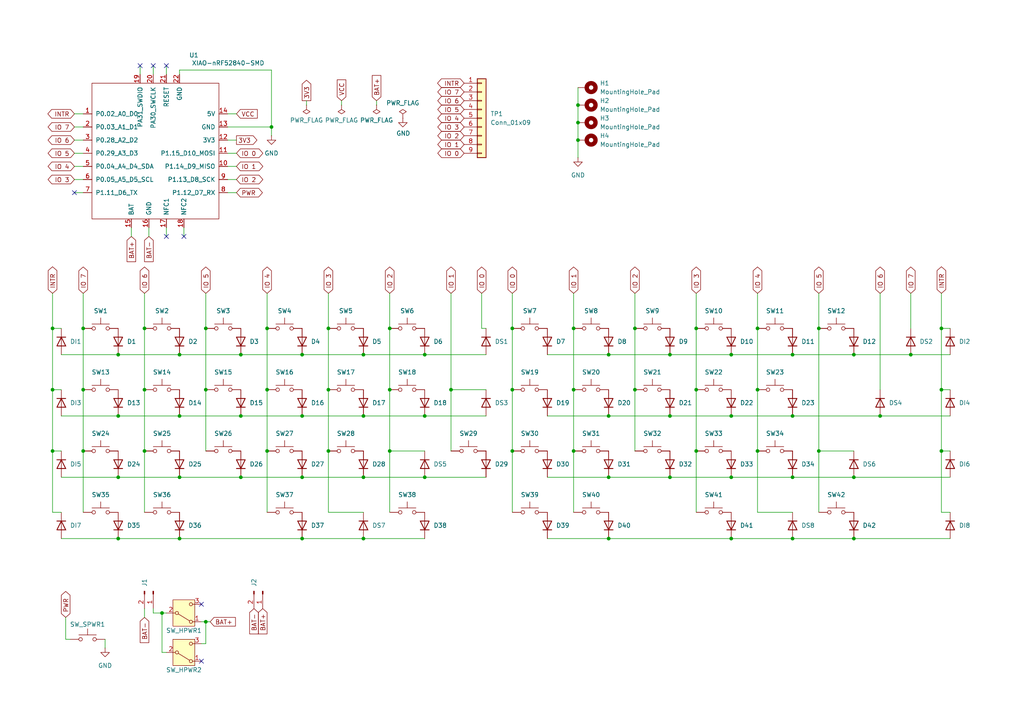
<source format=kicad_sch>
(kicad_sch (version 20250114) (generator "eeschema") (generator_version "9.0")
  (paper "A4")
  (title_block (title "n40a8c") (date "2025-04-17") (rev "1.0"))
  (junction (at 95.25 113.03))
  (junction (at 166.37 113.03))
  (junction (at 41.91 95.25))
  (junction (at 15.24 113.03))
  (junction (at 194.31 102.87))
  (junction (at 148.59 95.25))
  (junction (at 24.13 95.25))
  (junction (at 52.07 120.65))
  (junction (at 148.59 113.03))
  (junction (at 166.37 95.25))
  (junction (at 237.49 95.25))
  (junction (at 77.47 113.03))
  (junction (at 34.29 120.65))
  (junction (at 52.07 138.43))
  (junction (at 24.13 113.03))
  (junction (at 184.15 95.25))
  (junction (at 105.41 138.43))
  (junction (at 15.24 95.25))
  (junction (at 201.93 113.03))
  (junction (at 113.03 95.25))
  (junction (at 247.65 138.43))
  (junction (at 219.71 130.81))
  (junction (at 59.69 113.03))
  (junction (at 34.29 156.21))
  (junction (at 46.99 177.8))
  (junction (at 123.19 138.43))
  (junction (at 41.91 113.03))
  (junction (at 212.09 156.21))
  (junction (at 237.49 130.81))
  (junction (at 87.63 156.21))
  (junction (at 123.19 120.65))
  (junction (at 87.63 102.87))
  (junction (at 273.05 95.25))
  (junction (at 105.41 102.87))
  (junction (at 34.29 138.43))
  (junction (at 229.87 102.87))
  (junction (at 148.59 130.81))
  (junction (at 273.05 130.81))
  (junction (at 105.41 156.21))
  (junction (at 167.64 35.56))
  (junction (at 69.85 138.43))
  (junction (at 176.53 156.21))
  (junction (at 34.29 102.87))
  (junction (at 229.87 120.65))
  (junction (at 176.53 102.87))
  (junction (at 167.64 30.48))
  (junction (at 212.09 102.87))
  (junction (at 87.63 120.65))
  (junction (at 77.47 95.25))
  (junction (at 52.07 102.87))
  (junction (at 15.24 130.81))
  (junction (at 78.74 36.83))
  (junction (at 24.13 130.81))
  (junction (at 247.65 156.21))
  (junction (at 59.69 180.34))
  (junction (at 201.93 130.81))
  (junction (at 166.37 130.81))
  (junction (at 87.63 138.43))
  (junction (at 176.53 138.43))
  (junction (at 105.41 120.65))
  (junction (at 123.19 102.87))
  (junction (at 77.47 130.81))
  (junction (at 194.31 120.65))
  (junction (at 194.31 138.43))
  (junction (at 41.91 130.81))
  (junction (at 59.69 95.25))
  (junction (at 229.87 156.21))
  (junction (at 273.05 113.03))
  (junction (at 176.53 120.65))
  (junction (at 255.27 120.65))
  (junction (at 264.16 102.87))
  (junction (at 95.25 95.25))
  (junction (at 247.65 102.87))
  (junction (at 219.71 113.03))
  (junction (at 113.03 130.81))
  (junction (at 113.03 113.03))
  (junction (at 95.25 130.81))
  (junction (at 212.09 138.43))
  (junction (at 219.71 95.25))
  (junction (at 201.93 95.25))
  (junction (at 69.85 102.87))
  (junction (at 184.15 113.03))
  (junction (at 52.07 156.21))
  (junction (at 167.64 40.64))
  (junction (at 212.09 120.65))
  (junction (at 130.81 113.03))
  (junction (at 69.85 120.65))
  (junction (at 229.87 138.43))
  (no_connect (at 48.26 19.05))
  (no_connect (at 58.42 191.77))
  (no_connect (at 53.34 68.58))
  (no_connect (at 58.42 175.26))
  (no_connect (at 40.64 19.05))
  (no_connect (at 48.26 68.58))
  (no_connect (at 21.59 55.88))
  (no_connect (at 44.45 19.05))
  (wire (pts (xy 59.69 180.34) (xy 59.69 186.69)))
  (wire (pts (xy 78.74 36.83) (xy 78.74 39.37)))
  (wire (pts (xy 66.04 44.45) (xy 68.58 44.45)))
  (wire (pts (xy 95.25 95.25) (xy 95.25 113.03)))
  (wire (pts (xy 59.69 95.25) (xy 59.69 113.03)))
  (wire (pts (xy 109.22 30.48) (xy 109.22 29.21)))
  (wire (pts (xy 123.19 130.81) (xy 113.03 130.81)))
  (wire (pts (xy 255.27 85.09) (xy 255.27 113.03)))
  (wire (pts (xy 201.93 85.09) (xy 201.93 95.25)))
  (wire (pts (xy 194.31 120.65) (xy 212.09 120.65)))
  (wire (pts (xy 52.07 102.87) (xy 34.29 102.87)))
  (wire (pts (xy 19.05 185.42) (xy 20.32 185.42)))
  (wire (pts (xy 66.04 33.02) (xy 68.58 33.02)))
  (wire (pts (xy 66.04 36.83) (xy 78.74 36.83)))
  (wire (pts (xy 176.53 156.21) (xy 212.09 156.21)))
  (wire (pts (xy 158.75 138.43) (xy 176.53 138.43)))
  (wire (pts (xy 105.41 138.43) (xy 87.63 138.43)))
  (wire (pts (xy 69.85 120.65) (xy 52.07 120.65)))
  (wire (pts (xy 48.26 19.05) (xy 48.26 21.59)))
  (wire (pts (xy 24.13 85.09) (xy 24.13 95.25)))
  (wire (pts (xy 95.25 113.03) (xy 95.25 130.81)))
  (wire (pts (xy 77.47 130.81) (xy 77.47 148.59)))
  (wire (pts (xy 40.64 19.05) (xy 40.64 21.59)))
  (wire (pts (xy 123.19 138.43) (xy 140.97 138.43)))
  (wire (pts (xy 41.91 85.09) (xy 41.91 95.25)))
  (wire (pts (xy 148.59 113.03) (xy 148.59 130.81)))
  (wire (pts (xy 17.78 102.87) (xy 34.29 102.87)))
  (wire (pts (xy 140.97 120.65) (xy 123.19 120.65)))
  (wire (pts (xy 184.15 85.09) (xy 184.15 95.25)))
  (wire (pts (xy 41.91 95.25) (xy 41.91 113.03)))
  (wire (pts (xy 69.85 102.87) (xy 52.07 102.87)))
  (wire (pts (xy 21.59 52.07) (xy 24.13 52.07)))
  (wire (pts (xy 41.91 176.53) (xy 41.91 179.07)))
  (wire (pts (xy 167.64 35.56) (xy 167.64 40.64)))
  (wire (pts (xy 24.13 130.81) (xy 24.13 148.59)))
  (wire (pts (xy 87.63 102.87) (xy 69.85 102.87)))
  (wire (pts (xy 77.47 95.25) (xy 77.47 113.03)))
  (wire (pts (xy 273.05 85.09) (xy 273.05 95.25)))
  (wire (pts (xy 66.04 48.26) (xy 68.58 48.26)))
  (wire (pts (xy 229.87 156.21) (xy 247.65 156.21)))
  (wire (pts (xy 48.26 66.04) (xy 48.26 68.58)))
  (wire (pts (xy 21.59 40.64) (xy 24.13 40.64)))
  (wire (pts (xy 237.49 130.81) (xy 237.49 148.59)))
  (wire (pts (xy 15.24 130.81) (xy 15.24 148.59)))
  (wire (pts (xy 158.75 156.21) (xy 176.53 156.21)))
  (wire (pts (xy 41.91 113.03) (xy 41.91 130.81)))
  (wire (pts (xy 95.25 130.81) (xy 95.25 148.59)))
  (wire (pts (xy 66.04 40.64) (xy 68.58 40.64)))
  (wire (pts (xy 77.47 113.03) (xy 77.47 130.81)))
  (wire (pts (xy 148.59 95.25) (xy 148.59 113.03)))
  (wire (pts (xy 158.75 120.65) (xy 176.53 120.65)))
  (wire (pts (xy 219.71 95.25) (xy 219.71 113.03)))
  (wire (pts (xy 212.09 156.21) (xy 229.87 156.21)))
  (wire (pts (xy 46.99 177.8) (xy 48.26 177.8)))
  (wire (pts (xy 275.59 130.81) (xy 273.05 130.81)))
  (wire (pts (xy 229.87 102.87) (xy 247.65 102.87)))
  (wire (pts (xy 229.87 120.65) (xy 255.27 120.65)))
  (wire (pts (xy 139.7 85.09) (xy 139.7 95.25)))
  (wire (pts (xy 275.59 148.59) (xy 273.05 148.59)))
  (wire (pts (xy 275.59 95.25) (xy 273.05 95.25)))
  (wire (pts (xy 194.31 138.43) (xy 212.09 138.43)))
  (wire (pts (xy 255.27 120.65) (xy 275.59 120.65)))
  (wire (pts (xy 237.49 95.25) (xy 237.49 130.81)))
  (wire (pts (xy 113.03 95.25) (xy 113.03 113.03)))
  (wire (pts (xy 59.69 85.09) (xy 59.69 95.25)))
  (wire (pts (xy 219.71 113.03) (xy 219.71 130.81)))
  (wire (pts (xy 166.37 95.25) (xy 166.37 113.03)))
  (wire (pts (xy 264.16 85.09) (xy 264.16 95.25)))
  (wire (pts (xy 77.47 85.09) (xy 77.47 95.25)))
  (wire (pts (xy 166.37 85.09) (xy 166.37 95.25)))
  (wire (pts (xy 273.05 130.81) (xy 273.05 148.59)))
  (wire (pts (xy 44.45 177.8) (xy 44.45 176.53)))
  (wire (pts (xy 66.04 52.07) (xy 68.58 52.07)))
  (wire (pts (xy 139.7 95.25) (xy 140.97 95.25)))
  (wire (pts (xy 21.59 36.83) (xy 24.13 36.83)))
  (wire (pts (xy 105.41 156.21) (xy 123.19 156.21)))
  (wire (pts (xy 17.78 156.21) (xy 34.29 156.21)))
  (wire (pts (xy 99.06 30.48) (xy 99.06 29.21)))
  (wire (pts (xy 273.05 113.03) (xy 273.05 130.81)))
  (wire (pts (xy 52.07 138.43) (xy 34.29 138.43)))
  (wire (pts (xy 52.07 20.32) (xy 78.74 20.32)))
  (wire (pts (xy 247.65 156.21) (xy 275.59 156.21)))
  (wire (pts (xy 130.81 113.03) (xy 130.81 130.81)))
  (wire (pts (xy 247.65 102.87) (xy 264.16 102.87)))
  (wire (pts (xy 95.25 85.09) (xy 95.25 95.25)))
  (wire (pts (xy 59.69 113.03) (xy 59.69 130.81)))
  (wire (pts (xy 21.59 44.45) (xy 24.13 44.45)))
  (wire (pts (xy 15.24 95.25) (xy 17.78 95.25)))
  (wire (pts (xy 58.42 186.69) (xy 59.69 186.69)))
  (wire (pts (xy 46.99 177.8) (xy 46.99 189.23)))
  (wire (pts (xy 46.99 189.23) (xy 48.26 189.23)))
  (wire (pts (xy 66.04 55.88) (xy 68.58 55.88)))
  (wire (pts (xy 30.48 185.42) (xy 30.48 187.96)))
  (wire (pts (xy 15.24 130.81) (xy 17.78 130.81)))
  (wire (pts (xy 176.53 138.43) (xy 194.31 138.43)))
  (wire (pts (xy 167.64 40.64) (xy 167.64 45.72)))
  (wire (pts (xy 105.41 148.59) (xy 95.25 148.59)))
  (wire (pts (xy 78.74 20.32) (xy 78.74 36.83)))
  (wire (pts (xy 52.07 156.21) (xy 87.63 156.21)))
  (wire (pts (xy 21.59 33.02) (xy 24.13 33.02)))
  (wire (pts (xy 229.87 138.43) (xy 247.65 138.43)))
  (wire (pts (xy 247.65 138.43) (xy 275.59 138.43)))
  (wire (pts (xy 148.59 85.09) (xy 148.59 95.25)))
  (wire (pts (xy 219.71 130.81) (xy 219.71 148.59)))
  (wire (pts (xy 201.93 95.25) (xy 201.93 113.03)))
  (wire (pts (xy 53.34 66.04) (xy 53.34 68.58)))
  (wire (pts (xy 43.18 66.04) (xy 43.18 68.58)))
  (wire (pts (xy 41.91 130.81) (xy 41.91 148.59)))
  (wire (pts (xy 219.71 148.59) (xy 229.87 148.59)))
  (wire (pts (xy 21.59 55.88) (xy 24.13 55.88)))
  (wire (pts (xy 105.41 138.43) (xy 123.19 138.43)))
  (wire (pts (xy 219.71 85.09) (xy 219.71 95.25)))
  (wire (pts (xy 59.69 180.34) (xy 60.96 180.34)))
  (wire (pts (xy 113.03 85.09) (xy 113.03 95.25)))
  (wire (pts (xy 17.78 138.43) (xy 34.29 138.43)))
  (wire (pts (xy 52.07 120.65) (xy 34.29 120.65)))
  (wire (pts (xy 88.9 29.21) (xy 88.9 30.48)))
  (wire (pts (xy 24.13 113.03) (xy 24.13 130.81)))
  (wire (pts (xy 87.63 156.21) (xy 105.41 156.21)))
  (wire (pts (xy 184.15 113.03) (xy 184.15 130.81)))
  (wire (pts (xy 201.93 113.03) (xy 201.93 130.81)))
  (wire (pts (xy 58.42 180.34) (xy 59.69 180.34)))
  (wire (pts (xy 212.09 102.87) (xy 229.87 102.87)))
  (wire (pts (xy 167.64 25.4) (xy 167.64 30.48)))
  (wire (pts (xy 264.16 102.87) (xy 275.59 102.87)))
  (wire (pts (xy 237.49 85.09) (xy 237.49 95.25)))
  (wire (pts (xy 44.45 177.8) (xy 46.99 177.8)))
  (wire (pts (xy 194.31 102.87) (xy 212.09 102.87)))
  (wire (pts (xy 87.63 138.43) (xy 69.85 138.43)))
  (wire (pts (xy 34.29 156.21) (xy 52.07 156.21)))
  (wire (pts (xy 212.09 138.43) (xy 229.87 138.43)))
  (wire (pts (xy 123.19 102.87) (xy 105.41 102.87)))
  (wire (pts (xy 105.41 102.87) (xy 87.63 102.87)))
  (wire (pts (xy 184.15 95.25) (xy 184.15 113.03)))
  (wire (pts (xy 212.09 120.65) (xy 229.87 120.65)))
  (wire (pts (xy 273.05 95.25) (xy 273.05 113.03)))
  (wire (pts (xy 166.37 130.81) (xy 166.37 148.59)))
  (wire (pts (xy 15.24 113.03) (xy 17.78 113.03)))
  (wire (pts (xy 38.1 66.04) (xy 38.1 68.58)))
  (wire (pts (xy 15.24 113.03) (xy 15.24 130.81)))
  (wire (pts (xy 69.85 138.43) (xy 52.07 138.43)))
  (wire (pts (xy 15.24 95.25) (xy 15.24 113.03)))
  (wire (pts (xy 113.03 113.03) (xy 113.03 130.81)))
  (wire (pts (xy 24.13 95.25) (xy 24.13 113.03)))
  (wire (pts (xy 19.05 179.07) (xy 19.05 185.42)))
  (wire (pts (xy 15.24 85.09) (xy 15.24 95.25)))
  (wire (pts (xy 15.24 148.59) (xy 17.78 148.59)))
  (wire (pts (xy 123.19 120.65) (xy 105.41 120.65)))
  (wire (pts (xy 21.59 48.26) (xy 24.13 48.26)))
  (wire (pts (xy 113.03 130.81) (xy 113.03 148.59)))
  (wire (pts (xy 176.53 102.87) (xy 194.31 102.87)))
  (wire (pts (xy 140.97 113.03) (xy 130.81 113.03)))
  (wire (pts (xy 105.41 120.65) (xy 87.63 120.65)))
  (wire (pts (xy 201.93 130.81) (xy 201.93 148.59)))
  (wire (pts (xy 167.64 30.48) (xy 167.64 35.56)))
  (wire (pts (xy 166.37 113.03) (xy 166.37 130.81)))
  (wire (pts (xy 148.59 130.81) (xy 148.59 148.59)))
  (wire (pts (xy 87.63 120.65) (xy 69.85 120.65)))
  (wire (pts (xy 52.07 21.59) (xy 52.07 20.32)))
  (wire (pts (xy 275.59 113.03) (xy 273.05 113.03)))
  (wire (pts (xy 140.97 102.87) (xy 123.19 102.87)))
  (wire (pts (xy 158.75 102.87) (xy 176.53 102.87)))
  (wire (pts (xy 237.49 130.81) (xy 247.65 130.81)))
  (wire (pts (xy 130.81 85.09) (xy 130.81 113.03)))
  (wire (pts (xy 44.45 19.05) (xy 44.45 21.59)))
  (wire (pts (xy 176.53 120.65) (xy 194.31 120.65)))
  (wire (pts (xy 17.78 120.65) (xy 34.29 120.65)))
  (global_label "IO 0" (shape bidirectional) (at 139.7 85.09 90) (property "Intersheetrefs" "${INTERSHEET_REFS}" (effects (hide yes))))
  (global_label "IO 7" (shape bidirectional) (at 24.13 85.09 90) (property "Intersheetrefs" "${INTERSHEET_REFS}" (effects (hide yes))))
  (global_label "IO 3" (shape bidirectional) (at 21.59 52.07 180) (property "Intersheetrefs" "${INTERSHEET_REFS}" (effects (hide yes))))
  (global_label "IO 1" (shape bidirectional) (at 166.37 85.09 90) (property "Intersheetrefs" "${INTERSHEET_REFS}" (effects (hide yes))))
  (global_label "IO 3" (shape bidirectional) (at 134.62 36.83 180) (property "Intersheetrefs" "${INTERSHEET_REFS}" (effects (hide yes))))
  (global_label "BAT+" (shape input) (at 109.22 29.21 90) (property "Intersheetrefs" "${INTERSHEET_REFS}" (effects (hide yes))))
  (global_label "PWR" (shape bidirectional) (at 68.58 55.88 0) (property "Intersheetrefs" "${INTERSHEET_REFS}" (effects (hide yes))))
  (global_label "BAT-" (shape input) (at 73.66 176.53 270) (property "Intersheetrefs" "${INTERSHEET_REFS}" (effects (hide yes))))
  (global_label "IO 0" (shape bidirectional) (at 68.58 44.45 0) (property "Intersheetrefs" "${INTERSHEET_REFS}" (effects (hide yes))))
  (global_label "IO 2" (shape bidirectional) (at 68.58 52.07 0) (property "Intersheetrefs" "${INTERSHEET_REFS}" (effects (hide yes))))
  (global_label "IO 0" (shape bidirectional) (at 134.62 44.45 180) (property "Intersheetrefs" "${INTERSHEET_REFS}" (effects (hide yes))))
  (global_label "INTR" (shape bidirectional) (at 15.24 85.09 90) (property "Intersheetrefs" "${INTERSHEET_REFS}" (effects (hide yes))))
  (global_label "IO 4" (shape bidirectional) (at 219.71 85.09 90) (property "Intersheetrefs" "${INTERSHEET_REFS}" (effects (hide yes))))
  (global_label "IO 3" (shape bidirectional) (at 201.93 85.09 90) (property "Intersheetrefs" "${INTERSHEET_REFS}" (effects (hide yes))))
  (global_label "INTR" (shape bidirectional) (at 134.62 24.13 180) (property "Intersheetrefs" "${INTERSHEET_REFS}" (effects (hide yes))))
  (global_label "IO 6" (shape bidirectional) (at 134.62 29.21 180) (property "Intersheetrefs" "${INTERSHEET_REFS}" (effects (hide yes))))
  (global_label "IO 6" (shape bidirectional) (at 255.27 85.09 90) (property "Intersheetrefs" "${INTERSHEET_REFS}" (effects (hide yes))))
  (global_label "IO 2" (shape bidirectional) (at 134.62 39.37 180) (property "Intersheetrefs" "${INTERSHEET_REFS}" (effects (hide yes))))
  (global_label "IO 2" (shape bidirectional) (at 184.15 85.09 90) (property "Intersheetrefs" "${INTERSHEET_REFS}" (effects (hide yes))))
  (global_label "IO 6" (shape bidirectional) (at 41.91 85.09 90) (property "Intersheetrefs" "${INTERSHEET_REFS}" (effects (hide yes))))
  (global_label "IO 5" (shape bidirectional) (at 21.59 44.45 180) (property "Intersheetrefs" "${INTERSHEET_REFS}" (effects (hide yes))))
  (global_label "INTR" (shape bidirectional) (at 273.05 85.09 90) (property "Intersheetrefs" "${INTERSHEET_REFS}" (effects (hide yes))))
  (global_label "IO 5" (shape bidirectional) (at 134.62 31.75 180) (property "Intersheetrefs" "${INTERSHEET_REFS}" (effects (hide yes))))
  (global_label "IO 5" (shape bidirectional) (at 237.49 85.09 90) (property "Intersheetrefs" "${INTERSHEET_REFS}" (effects (hide yes))))
  (global_label "IO 7" (shape bidirectional) (at 134.62 26.67 180) (property "Intersheetrefs" "${INTERSHEET_REFS}" (effects (hide yes))))
  (global_label "VCC" (shape input) (at 68.58 33.02 0) (property "Intersheetrefs" "${INTERSHEET_REFS}" (effects (hide yes))))
  (global_label "IO 7" (shape bidirectional) (at 264.16 85.09 90) (property "Intersheetrefs" "${INTERSHEET_REFS}" (effects (hide yes))))
  (global_label "IO 3" (shape bidirectional) (at 95.25 85.09 90) (property "Intersheetrefs" "${INTERSHEET_REFS}" (effects (hide yes))))
  (global_label "IO 4" (shape bidirectional) (at 134.62 34.29 180) (property "Intersheetrefs" "${INTERSHEET_REFS}" (effects (hide yes))))
  (global_label "BAT+" (shape input) (at 76.2 176.53 270) (property "Intersheetrefs" "${INTERSHEET_REFS}" (effects (hide yes))))
  (global_label "IO 6" (shape bidirectional) (at 21.59 40.64 180) (property "Intersheetrefs" "${INTERSHEET_REFS}" (effects (hide yes))))
  (global_label "PWR" (shape bidirectional) (at 19.05 179.07 90) (property "Intersheetrefs" "${INTERSHEET_REFS}" (effects (hide yes))))
  (global_label "BAT-" (shape input) (at 41.91 179.07 270) (property "Intersheetrefs" "${INTERSHEET_REFS}" (effects (hide yes))))
  (global_label "3V3" (shape output) (at 88.9 29.21 90) (property "Intersheetrefs" "${INTERSHEET_REFS}" (effects (hide yes))))
  (global_label "INTR" (shape bidirectional) (at 21.59 33.02 180) (property "Intersheetrefs" "${INTERSHEET_REFS}" (effects (hide yes))))
  (global_label "IO 0" (shape bidirectional) (at 148.59 85.09 90) (property "Intersheetrefs" "${INTERSHEET_REFS}" (effects (hide yes))))
  (global_label "VCC" (shape input) (at 99.06 29.21 90) (property "Intersheetrefs" "${INTERSHEET_REFS}" (effects (hide yes))))
  (global_label "BAT+" (shape input) (at 38.1 68.58 270) (property "Intersheetrefs" "${INTERSHEET_REFS}" (effects (hide yes))))
  (global_label "BAT-" (shape input) (at 43.18 68.58 270) (property "Intersheetrefs" "${INTERSHEET_REFS}" (effects (hide yes))))
  (global_label "IO 4" (shape bidirectional) (at 21.59 48.26 180) (property "Intersheetrefs" "${INTERSHEET_REFS}" (effects (hide yes))))
  (global_label "IO 2" (shape bidirectional) (at 113.03 85.09 90) (property "Intersheetrefs" "${INTERSHEET_REFS}" (effects (hide yes))))
  (global_label "IO 1" (shape bidirectional) (at 134.62 41.91 180) (property "Intersheetrefs" "${INTERSHEET_REFS}" (effects (hide yes))))
  (global_label "IO 5" (shape bidirectional) (at 59.69 85.09 90) (property "Intersheetrefs" "${INTERSHEET_REFS}" (effects (hide yes))))
  (global_label "BAT+" (shape input) (at 60.96 180.34 0) (property "Intersheetrefs" "${INTERSHEET_REFS}" (effects (hide yes))))
  (global_label "IO 7" (shape bidirectional) (at 21.59 36.83 180) (property "Intersheetrefs" "${INTERSHEET_REFS}" (effects (hide yes))))
  (global_label "IO 4" (shape bidirectional) (at 77.47 85.09 90) (property "Intersheetrefs" "${INTERSHEET_REFS}" (effects (hide yes))))
  (global_label "IO 1" (shape bidirectional) (at 68.58 48.26 0) (property "Intersheetrefs" "${INTERSHEET_REFS}" (effects (hide yes))))
  (global_label "3V3" (shape output) (at 68.58 40.64 0) (property "Intersheetrefs" "${INTERSHEET_REFS}" (effects (hide yes))))
  (global_label "IO 1" (shape bidirectional) (at 130.81 85.09 90) (property "Intersheetrefs" "${INTERSHEET_REFS}" (effects (hide yes))))
  (symbol (lib_id "power:PWR_FLAG") (at 109.22 30.48 180) (unit 1)
    (property "Reference" "#FLG03" (effects (hide yes)))
    (property "Value" "PWR_FLAG" (at 109.22 34.8742 0))
  )
  (symbol (lib_id "Switch:SW_SPDT") (at 53.34 177.8 0) (mirror x) (unit 1)
    (property "Reference" "SW_HPWR1" (at 53.34 182.88 0))
    (property "Value" "SSAJ120100" (effects (hide yes)))
    (property "Footprint" "cscslib:SSAJ120100" (effects (hide yes)))
  )
  (symbol (lib_id "power:GND") (at 116.84 34.29 0) (unit 1)
    (property "Reference" "#PWR01" (effects (hide yes)))
    (property "Value" "GND" (at 116.967 38.6842 0))
  )
  (symbol (lib_id "power:PWR_FLAG") (at 116.84 34.29 0) (unit 1)
    (property "Reference" "#FLG04" (effects (hide yes)))
    (property "Value" "PWR_FLAG" (at 116.84 29.8704 0))
  )
  (symbol (lib_id "power:PWR_FLAG") (at 99.06 30.48 180) (unit 1)
    (property "Reference" "#FLG02" (effects (hide yes)))
    (property "Value" "PWR_FLAG" (at 99.06 34.8742 0))
  )
  (symbol (lib_id "Diode:1N4148W") (at 275.59 152.4 270) (unit 1)
    (property "Reference" "DI8" (at 278.13 152.3999 90) (effects (justify left)))
    (property "Value" "1N4148W" (effects (hide yes)))
    (property "Footprint" "Diode_SMD:D_SOD-123" (effects (hide yes)))
    (property "Datasheet" "https://www.vishay.com/docs/85748/1n4148w.pdf" (effects (hide yes)))
    (property "Description" "75V 0.15A Fast Switching Diode, SOD-123" (effects (hide yes)))
    (property "Sim.Device" "D" (effects (hide yes)))
    (property "Sim.Pins" "1=K 2=A" (effects (hide yes)))
  )
  (symbol (lib_id "Diode:1N4148W") (at 52.07 134.62 90) (unit 1)
    (property "Reference" "D25" (at 54.61 134.6199 90) (effects (justify right)))
    (property "Value" "1N4148W" (effects (hide yes)))
    (property "Footprint" "Diode_SMD:D_SOD-123" (effects (hide yes)))
    (property "Datasheet" "https://www.vishay.com/docs/85748/1n4148w.pdf" (effects (hide yes)))
    (property "Description" "75V 0.15A Fast Switching Diode, SOD-123" (effects (hide yes)))
    (property "Sim.Device" "D" (effects (hide yes)))
    (property "Sim.Pins" "1=K 2=A" (effects (hide yes)))
  )
  (symbol (lib_id "Switch:SW_SPDT") (at 53.34 189.23 0) (mirror x) (unit 1)
    (property "Reference" "SW_HPWR2" (at 53.34 194.31 0))
    (property "Value" "SSAJ120100" (effects (hide yes)))
    (property "Footprint" "cscslib:SSAJ120100" (effects (hide yes)))
  )
  (symbol (lib_id "Diode:1N4148W") (at 140.97 116.84 270) (unit 1)
    (property "Reference" "DS3" (at 143.51 116.8399 90) (effects (justify left)))
    (property "Value" "1N4148W" (effects (hide yes)))
    (property "Footprint" "Diode_SMD:D_SOD-123" (effects (hide yes)))
    (property "Datasheet" "https://www.vishay.com/docs/85748/1n4148w.pdf" (effects (hide yes)))
    (property "Description" "75V 0.15A Fast Switching Diode, SOD-123" (effects (hide yes)))
    (property "Sim.Device" "D" (effects (hide yes)))
    (property "Sim.Pins" "1=K 2=A" (effects (hide yes)))
  )
  (symbol (lib_id "Mechanical:MountingHole_Pad") (at 170.18 25.4 270) (unit 1) (in_bom no)
    (property "Reference" "H1" (at 173.99 24.1299 90) (effects (justify left)))
    (property "Value" "MountingHole_Pad" (at 173.99 26.6699 90) (effects (justify left)))
    (property "Footprint" "cscslib:MountingHole_M2.6_plating" (effects (hide yes)))
    (property "Description" "Mounting Hole with connection" (effects (hide yes)))
  )
  (symbol (lib_id "Diode:1N4148W") (at 140.97 99.06 270) (unit 1)
    (property "Reference" "DS1" (at 143.51 99.0599 90) (effects (justify left)))
    (property "Value" "1N4148W" (effects (hide yes)))
    (property "Footprint" "Diode_SMD:D_SOD-123" (effects (hide yes)))
    (property "Datasheet" "https://www.vishay.com/docs/85748/1n4148w.pdf" (effects (hide yes)))
    (property "Description" "75V 0.15A Fast Switching Diode, SOD-123" (effects (hide yes)))
    (property "Sim.Device" "D" (effects (hide yes)))
    (property "Sim.Pins" "1=K 2=A" (effects (hide yes)))
  )
  (symbol (lib_id "Diode:1N4148W") (at 87.63 99.06 90) (unit 1)
    (property "Reference" "D4" (at 90.17 99.0599 90) (effects (justify right)))
    (property "Value" "1N4148W" (effects (hide yes)))
    (property "Footprint" "Diode_SMD:D_SOD-123" (effects (hide yes)))
    (property "Datasheet" "https://www.vishay.com/docs/85748/1n4148w.pdf" (effects (hide yes)))
    (property "Description" "75V 0.15A Fast Switching Diode, SOD-123" (effects (hide yes)))
    (property "Sim.Device" "D" (effects (hide yes)))
    (property "Sim.Pins" "1=K 2=A" (effects (hide yes)))
  )
  (symbol (lib_id "Diode:1N4148W") (at 275.59 116.84 270) (unit 1)
    (property "Reference" "DI4" (at 278.13 116.8399 90) (effects (justify left)))
    (property "Value" "1N4148W" (effects (hide yes)))
    (property "Footprint" "Diode_SMD:D_SOD-123" (effects (hide yes)))
    (property "Datasheet" "https://www.vishay.com/docs/85748/1n4148w.pdf" (effects (hide yes)))
    (property "Description" "75V 0.15A Fast Switching Diode, SOD-123" (effects (hide yes)))
    (property "Sim.Device" "D" (effects (hide yes)))
    (property "Sim.Pins" "1=K 2=A" (effects (hide yes)))
  )
  (symbol (lib_id "Diode:1N4148W") (at 275.59 134.62 270) (unit 1)
    (property "Reference" "DI6" (at 278.13 134.6199 90) (effects (justify left)))
    (property "Value" "1N4148W" (effects (hide yes)))
    (property "Footprint" "Diode_SMD:D_SOD-123" (effects (hide yes)))
    (property "Datasheet" "https://www.vishay.com/docs/85748/1n4148w.pdf" (effects (hide yes)))
    (property "Description" "75V 0.15A Fast Switching Diode, SOD-123" (effects (hide yes)))
    (property "Sim.Device" "D" (effects (hide yes)))
    (property "Sim.Pins" "1=K 2=A" (effects (hide yes)))
  )
  (symbol (lib_id "cscslib:CPG151101S11") (at 82.55 95.25 0) (unit 1)
    (property "Reference" "SW4" (at 82.55 90.17 0))
    (property "Value" "CPG151101S11-16" (effects (hide yes)))
    (property "Footprint" "cscslib:CPG151101S11_1u" (effects (hide yes)))
    (property "Description" "Mechanical keyboard switches Kailh PCB Socket" (effects (hide yes)))
  )
  (symbol (lib_id "Diode:1N4148W") (at 158.75 116.84 90) (unit 1)
    (property "Reference" "D19" (at 161.29 116.8399 90) (effects (justify right)))
    (property "Value" "1N4148W" (effects (hide yes)))
    (property "Footprint" "Diode_SMD:D_SOD-123" (effects (hide yes)))
    (property "Datasheet" "https://www.vishay.com/docs/85748/1n4148w.pdf" (effects (hide yes)))
    (property "Description" "75V 0.15A Fast Switching Diode, SOD-123" (effects (hide yes)))
    (property "Sim.Device" "D" (effects (hide yes)))
    (property "Sim.Pins" "1=K 2=A" (effects (hide yes)))
  )
  (symbol (lib_id "cscslib:CPG151101S11") (at 25.4 185.42 0) (unit 1)
    (property "Reference" "SW_SPWR1" (at 25.4 181.102 0))
    (property "Value" "SW_SPWR" (effects (hide yes)))
    (property "Footprint" "cscslib:THBP07-043C" (effects (hide yes)))
    (property "Description" "Mechanical keyboard switches Kailh PCB Socket" (effects (hide yes)))
  )
  (symbol (lib_id "cscslib:CPG151101S11") (at 224.79 95.25 0) (unit 1)
    (property "Reference" "SW11" (at 224.79 90.17 0))
    (property "Value" "CPG151101S11-16" (effects (hide yes)))
    (property "Footprint" "cscslib:CPG151101S11_1u" (effects (hide yes)))
    (property "Description" "Mechanical keyboard switches Kailh PCB Socket" (effects (hide yes)))
  )
  (symbol (lib_id "Diode:1N4148W") (at 52.07 116.84 90) (unit 1)
    (property "Reference" "D14" (at 54.61 116.8399 90) (effects (justify right)))
    (property "Value" "1N4148W" (effects (hide yes)))
    (property "Footprint" "Diode_SMD:D_SOD-123" (effects (hide yes)))
    (property "Datasheet" "https://www.vishay.com/docs/85748/1n4148w.pdf" (effects (hide yes)))
    (property "Description" "75V 0.15A Fast Switching Diode, SOD-123" (effects (hide yes)))
    (property "Sim.Device" "D" (effects (hide yes)))
    (property "Sim.Pins" "1=K 2=A" (effects (hide yes)))
  )
  (symbol (lib_id "Diode:1N4148W") (at 229.87 116.84 90) (unit 1)
    (property "Reference" "D23" (at 232.41 116.8399 90) (effects (justify right)))
    (property "Value" "1N4148W" (effects (hide yes)))
    (property "Footprint" "Diode_SMD:D_SOD-123" (effects (hide yes)))
    (property "Datasheet" "https://www.vishay.com/docs/85748/1n4148w.pdf" (effects (hide yes)))
    (property "Description" "75V 0.15A Fast Switching Diode, SOD-123" (effects (hide yes)))
    (property "Sim.Device" "D" (effects (hide yes)))
    (property "Sim.Pins" "1=K 2=A" (effects (hide yes)))
  )
  (symbol (lib_id "cscslib:CPG151101S11") (at 242.57 95.25 0) (unit 1)
    (property "Reference" "SW12" (at 242.57 90.17 0))
    (property "Value" "CPG151101S11-16" (effects (hide yes)))
    (property "Footprint" "cscslib:CPG151101S11_1.5u" (effects (hide yes)))
    (property "Description" "Mechanical keyboard switches Kailh PCB Socket" (effects (hide yes)))
  )
  (symbol (lib_id "cscslib:CPG151101S11") (at 100.33 113.03 0) (unit 1)
    (property "Reference" "SW17" (at 100.33 107.95 0))
    (property "Value" "CPG151101S11-16" (effects (hide yes)))
    (property "Footprint" "cscslib:CPG151101S11_1u" (effects (hide yes)))
    (property "Description" "Mechanical keyboard switches Kailh PCB Socket" (effects (hide yes)))
  )
  (symbol (lib_id "Diode:1N4148W") (at 247.65 134.62 270) (unit 1)
    (property "Reference" "DS6" (at 250.19 134.6199 90) (effects (justify left)))
    (property "Value" "1N4148W" (effects (hide yes)))
    (property "Footprint" "Diode_SMD:D_SOD-123" (effects (hide yes)))
    (property "Datasheet" "https://www.vishay.com/docs/85748/1n4148w.pdf" (effects (hide yes)))
    (property "Description" "75V 0.15A Fast Switching Diode, SOD-123" (effects (hide yes)))
    (property "Sim.Device" "D" (effects (hide yes)))
    (property "Sim.Pins" "1=K 2=A" (effects (hide yes)))
  )
  (symbol (lib_id "Diode:1N4148W") (at 52.07 152.4 90) (unit 1)
    (property "Reference" "D36" (at 54.61 152.3999 90) (effects (justify right)))
    (property "Value" "1N4148W" (effects (hide yes)))
    (property "Footprint" "Diode_SMD:D_SOD-123" (effects (hide yes)))
    (property "Datasheet" "https://www.vishay.com/docs/85748/1n4148w.pdf" (effects (hide yes)))
    (property "Description" "75V 0.15A Fast Switching Diode, SOD-123" (effects (hide yes)))
    (property "Sim.Device" "D" (effects (hide yes)))
    (property "Sim.Pins" "1=K 2=A" (effects (hide yes)))
  )
  (symbol (lib_id "cscslib:CPG151101S11") (at 100.33 95.25 0) (unit 1)
    (property "Reference" "SW5" (at 100.33 90.17 0))
    (property "Value" "CPG151101S11-16" (effects (hide yes)))
    (property "Footprint" "cscslib:CPG151101S11_1u" (effects (hide yes)))
    (property "Description" "Mechanical keyboard switches Kailh PCB Socket" (effects (hide yes)))
  )
  (symbol (lib_id "cscslib:CPG151101S11") (at 171.45 95.25 0) (unit 1)
    (property "Reference" "SW8" (at 171.45 90.17 0))
    (property "Value" "CPG151101S11-16" (effects (hide yes)))
    (property "Footprint" "cscslib:CPG151101S11_1u" (effects (hide yes)))
    (property "Description" "Mechanical keyboard switches Kailh PCB Socket" (effects (hide yes)))
  )
  (symbol (lib_id "Diode:1N4148W") (at 229.87 99.06 90) (unit 1)
    (property "Reference" "D11" (at 232.41 99.0599 90) (effects (justify right)))
    (property "Value" "1N4148W" (effects (hide yes)))
    (property "Footprint" "Diode_SMD:D_SOD-123" (effects (hide yes)))
    (property "Datasheet" "https://www.vishay.com/docs/85748/1n4148w.pdf" (effects (hide yes)))
    (property "Description" "75V 0.15A Fast Switching Diode, SOD-123" (effects (hide yes)))
    (property "Sim.Device" "D" (effects (hide yes)))
    (property "Sim.Pins" "1=K 2=A" (effects (hide yes)))
  )
  (symbol (lib_id "Diode:1N4148W") (at 194.31 134.62 90) (unit 1)
    (property "Reference" "D32" (at 196.85 134.6199 90) (effects (justify right)))
    (property "Value" "1N4148W" (effects (hide yes)))
    (property "Footprint" "Diode_SMD:D_SOD-123" (effects (hide yes)))
    (property "Datasheet" "https://www.vishay.com/docs/85748/1n4148w.pdf" (effects (hide yes)))
    (property "Description" "75V 0.15A Fast Switching Diode, SOD-123" (effects (hide yes)))
    (property "Sim.Device" "D" (effects (hide yes)))
    (property "Sim.Pins" "1=K 2=A" (effects (hide yes)))
  )
  (symbol (lib_id "cscslib:CPG151101S11") (at 135.89 130.81 0) (unit 1)
    (property "Reference" "SW29" (at 135.89 125.73 0))
    (property "Value" "CPG151101S11-16" (effects (hide yes)))
    (property "Footprint" "cscslib:CPG151101S11_1u" (effects (hide yes)))
    (property "Description" "Mechanical keyboard switches Kailh PCB Socket" (effects (hide yes)))
  )
  (symbol (lib_id "Diode:1N4148W") (at 176.53 152.4 90) (unit 1)
    (property "Reference" "D40" (at 179.07 152.3999 90) (effects (justify right)))
    (property "Value" "1N4148W" (effects (hide yes)))
    (property "Footprint" "Diode_SMD:D_SOD-123" (effects (hide yes)))
    (property "Datasheet" "https://www.vishay.com/docs/85748/1n4148w.pdf" (effects (hide yes)))
    (property "Description" "75V 0.15A Fast Switching Diode, SOD-123" (effects (hide yes)))
    (property "Sim.Device" "D" (effects (hide yes)))
    (property "Sim.Pins" "1=K 2=A" (effects (hide yes)))
  )
  (symbol (lib_id "cscslib:CPG151101S11") (at 242.57 148.59 0) (unit 1)
    (property "Reference" "SW42" (at 242.57 143.51 0))
    (property "Value" "CPG151101S11-16" (effects (hide yes)))
    (property "Footprint" "cscslib:CPG151101S11_1.25u" (effects (hide yes)))
    (property "Description" "Mechanical keyboard switches Kailh PCB Socket" (effects (hide yes)))
  )
  (symbol (lib_id "Diode:1N4148W") (at 87.63 152.4 90) (unit 1)
    (property "Reference" "D37" (at 90.17 152.3999 90) (effects (justify right)))
    (property "Value" "1N4148W" (effects (hide yes)))
    (property "Footprint" "Diode_SMD:D_SOD-123" (effects (hide yes)))
    (property "Datasheet" "https://www.vishay.com/docs/85748/1n4148w.pdf" (effects (hide yes)))
    (property "Description" "75V 0.15A Fast Switching Diode, SOD-123" (effects (hide yes)))
    (property "Sim.Device" "D" (effects (hide yes)))
    (property "Sim.Pins" "1=K 2=A" (effects (hide yes)))
  )
  (symbol (lib_id "cscslib:CPG151101S11") (at 153.67 148.59 0) (unit 1)
    (property "Reference" "SW39" (at 153.67 143.51 0))
    (property "Value" "CPG151101S11-16" (effects (hide yes)))
    (property "Footprint" "cscslib:CPG151101S11_2.25u" (effects (hide yes)))
    (property "Description" "Mechanical keyboard switches Kailh PCB Socket" (effects (hide yes)))
  )
  (symbol (lib_id "cscslib:CPG151101S11") (at 29.21 113.03 0) (unit 1)
    (property "Reference" "SW13" (at 29.21 107.95 0))
    (property "Value" "CPG151101S11-16" (effects (hide yes)))
    (property "Footprint" "cscslib:CPG151101S11_1.75u" (effects (hide yes)))
    (property "Description" "Mechanical keyboard switches Kailh PCB Socket" (effects (hide yes)))
  )
  (symbol (lib_id "Diode:1N4148W") (at 105.41 116.84 90) (unit 1)
    (property "Reference" "D17" (at 107.95 116.8399 90) (effects (justify right)))
    (property "Value" "1N4148W" (effects (hide yes)))
    (property "Footprint" "Diode_SMD:D_SOD-123" (effects (hide yes)))
    (property "Datasheet" "https://www.vishay.com/docs/85748/1n4148w.pdf" (effects (hide yes)))
    (property "Description" "75V 0.15A Fast Switching Diode, SOD-123" (effects (hide yes)))
    (property "Sim.Device" "D" (effects (hide yes)))
    (property "Sim.Pins" "1=K 2=A" (effects (hide yes)))
  )
  (symbol (lib_id "cscslib:CPG151101S11") (at 82.55 113.03 0) (unit 1)
    (property "Reference" "SW16" (at 82.55 107.95 0))
    (property "Value" "CPG151101S11-16" (effects (hide yes)))
    (property "Footprint" "cscslib:CPG151101S11_1u" (effects (hide yes)))
    (property "Description" "Mechanical keyboard switches Kailh PCB Socket" (effects (hide yes)))
  )
  (symbol (lib_id "Diode:1N4148W") (at 52.07 99.06 90) (unit 1)
    (property "Reference" "D2" (at 54.61 99.0599 90) (effects (justify right)))
    (property "Value" "1N4148W" (effects (hide yes)))
    (property "Footprint" "Diode_SMD:D_SOD-123" (effects (hide yes)))
    (property "Datasheet" "https://www.vishay.com/docs/85748/1n4148w.pdf" (effects (hide yes)))
    (property "Description" "75V 0.15A Fast Switching Diode, SOD-123" (effects (hide yes)))
    (property "Sim.Device" "D" (effects (hide yes)))
    (property "Sim.Pins" "1=K 2=A" (effects (hide yes)))
  )
  (symbol (lib_id "Diode:1N4148W") (at 105.41 134.62 90) (unit 1)
    (property "Reference" "D28" (at 107.95 134.6199 90) (effects (justify right)))
    (property "Value" "1N4148W" (effects (hide yes)))
    (property "Footprint" "Diode_SMD:D_SOD-123" (effects (hide yes)))
    (property "Datasheet" "https://www.vishay.com/docs/85748/1n4148w.pdf" (effects (hide yes)))
    (property "Description" "75V 0.15A Fast Switching Diode, SOD-123" (effects (hide yes)))
    (property "Sim.Device" "D" (effects (hide yes)))
    (property "Sim.Pins" "1=K 2=A" (effects (hide yes)))
  )
  (symbol (lib_id "Diode:1N4148W") (at 34.29 116.84 90) (unit 1)
    (property "Reference" "D13" (at 36.83 116.8399 90) (effects (justify right)))
    (property "Value" "1N4148W" (effects (hide yes)))
    (property "Footprint" "Diode_SMD:D_SOD-123" (effects (hide yes)))
    (property "Datasheet" "https://www.vishay.com/docs/85748/1n4148w.pdf" (effects (hide yes)))
    (property "Description" "75V 0.15A Fast Switching Diode, SOD-123" (effects (hide yes)))
    (property "Sim.Device" "D" (effects (hide yes)))
    (property "Sim.Pins" "1=K 2=A" (effects (hide yes)))
  )
  (symbol (lib_id "cscslib:CPG151101S11") (at 100.33 130.81 0) (unit 1)
    (property "Reference" "SW28" (at 100.33 125.73 0))
    (property "Value" "CPG151101S11-16" (effects (hide yes)))
    (property "Footprint" "cscslib:CPG151101S11_1u" (effects (hide yes)))
    (property "Description" "Mechanical keyboard switches Kailh PCB Socket" (effects (hide yes)))
  )
  (symbol (lib_id "Diode:1N4148W") (at 17.78 99.06 270) (unit 1)
    (property "Reference" "DI1" (at 20.32 99.0599 90) (effects (justify left)))
    (property "Value" "1N4148W" (effects (hide yes)))
    (property "Footprint" "Diode_SMD:D_SOD-123" (effects (hide yes)))
    (property "Datasheet" "https://www.vishay.com/docs/85748/1n4148w.pdf" (effects (hide yes)))
    (property "Description" "75V 0.15A Fast Switching Diode, SOD-123" (effects (hide yes)))
    (property "Sim.Device" "D" (effects (hide yes)))
    (property "Sim.Pins" "1=K 2=A" (effects (hide yes)))
  )
  (symbol (lib_id "Diode:1N4148W") (at 69.85 134.62 90) (unit 1)
    (property "Reference" "D26" (at 72.39 134.6199 90) (effects (justify right)))
    (property "Value" "1N4148W" (effects (hide yes)))
    (property "Footprint" "Diode_SMD:D_SOD-123" (effects (hide yes)))
    (property "Datasheet" "https://www.vishay.com/docs/85748/1n4148w.pdf" (effects (hide yes)))
    (property "Description" "75V 0.15A Fast Switching Diode, SOD-123" (effects (hide yes)))
    (property "Sim.Device" "D" (effects (hide yes)))
    (property "Sim.Pins" "1=K 2=A" (effects (hide yes)))
  )
  (symbol (lib_id "power:GND") (at 30.48 187.96 0) (unit 1)
    (property "Reference" "#PWR03" (effects (hide yes)))
    (property "Value" "GND" (at 30.48 193.04 0))
    (property "Description" "Power symbol creates a global label with name \"GND\" , ground" (effects (hide yes)))
  )
  (symbol (lib_id "Connector_Generic:Conn_01x09") (at 139.7 34.29 0) (unit 1)
    (property "Reference" "TP1" (at 142.24 33.0199 0) (effects (justify left)))
    (property "Value" "Conn_01x09" (at 142.24 35.5599 0) (effects (justify left)))
    (property "Footprint" "cscslib:PinHeader_1x09_P1.27mm_Conthrough" (effects (hide yes)))
    (property "Description" "Generic connector, single row, 01x09, script generated (kicad-library-utils/schlib/autogen/connector/)" (effects (hide yes)))
  )
  (symbol (lib_id "Diode:1N4148W") (at 247.65 99.06 90) (unit 1)
    (property "Reference" "D12" (at 250.19 99.0599 90) (effects (justify right)))
    (property "Value" "1N4148W" (effects (hide yes)))
    (property "Footprint" "Diode_SMD:D_SOD-123" (effects (hide yes)))
    (property "Datasheet" "https://www.vishay.com/docs/85748/1n4148w.pdf" (effects (hide yes)))
    (property "Description" "75V 0.15A Fast Switching Diode, SOD-123" (effects (hide yes)))
    (property "Sim.Device" "D" (effects (hide yes)))
    (property "Sim.Pins" "1=K 2=A" (effects (hide yes)))
  )
  (symbol (lib_id "cscslib:CPG151101S11") (at 224.79 113.03 0) (unit 1)
    (property "Reference" "SW23" (at 224.79 107.95 0))
    (property "Value" "CPG151101S11-16" (effects (hide yes)))
    (property "Footprint" "cscslib:CPG151101S11_2.25u" (effects (hide yes)))
    (property "Description" "Mechanical keyboard switches Kailh PCB Socket" (effects (hide yes)))
  )
  (symbol (lib_id "Diode:1N4148W") (at 158.75 152.4 90) (unit 1)
    (property "Reference" "D39" (at 161.29 152.3999 90) (effects (justify right)))
    (property "Value" "1N4148W" (effects (hide yes)))
    (property "Footprint" "Diode_SMD:D_SOD-123" (effects (hide yes)))
    (property "Datasheet" "https://www.vishay.com/docs/85748/1n4148w.pdf" (effects (hide yes)))
    (property "Description" "75V 0.15A Fast Switching Diode, SOD-123" (effects (hide yes)))
    (property "Sim.Device" "D" (effects (hide yes)))
    (property "Sim.Pins" "1=K 2=A" (effects (hide yes)))
  )
  (symbol (lib_id "Diode:1N4148W") (at 87.63 116.84 90) (unit 1)
    (property "Reference" "D16" (at 90.17 116.8399 90) (effects (justify right)))
    (property "Value" "1N4148W" (effects (hide yes)))
    (property "Footprint" "Diode_SMD:D_SOD-123" (effects (hide yes)))
    (property "Datasheet" "https://www.vishay.com/docs/85748/1n4148w.pdf" (effects (hide yes)))
    (property "Description" "75V 0.15A Fast Switching Diode, SOD-123" (effects (hide yes)))
    (property "Sim.Device" "D" (effects (hide yes)))
    (property "Sim.Pins" "1=K 2=A" (effects (hide yes)))
  )
  (symbol (lib_id "Diode:1N4148W") (at 212.09 152.4 90) (unit 1)
    (property "Reference" "D41" (at 214.63 152.3999 90) (effects (justify right)))
    (property "Value" "1N4148W" (effects (hide yes)))
    (property "Footprint" "Diode_SMD:D_SOD-123" (effects (hide yes)))
    (property "Datasheet" "https://www.vishay.com/docs/85748/1n4148w.pdf" (effects (hide yes)))
    (property "Description" "75V 0.15A Fast Switching Diode, SOD-123" (effects (hide yes)))
    (property "Sim.Device" "D" (effects (hide yes)))
    (property "Sim.Pins" "1=K 2=A" (effects (hide yes)))
  )
  (symbol (lib_id "cscslib:CPG151101S11") (at 207.01 130.81 0) (unit 1)
    (property "Reference" "SW33" (at 207.01 125.73 0))
    (property "Value" "CPG151101S11-16" (effects (hide yes)))
    (property "Footprint" "cscslib:CPG151101S11_1u" (effects (hide yes)))
    (property "Description" "Mechanical keyboard switches Kailh PCB Socket" (effects (hide yes)))
  )
  (symbol (lib_id "Diode:1N4148W") (at 34.29 99.06 90) (unit 1)
    (property "Reference" "D1" (at 36.83 99.0599 90) (effects (justify right)))
    (property "Value" "1N4148W" (effects (hide yes)))
    (property "Footprint" "Diode_SMD:D_SOD-123" (effects (hide yes)))
    (property "Datasheet" "https://www.vishay.com/docs/85748/1n4148w.pdf" (effects (hide yes)))
    (property "Description" "75V 0.15A Fast Switching Diode, SOD-123" (effects (hide yes)))
    (property "Sim.Device" "D" (effects (hide yes)))
    (property "Sim.Pins" "1=K 2=A" (effects (hide yes)))
  )
  (symbol (lib_id "Diode:1N4148W") (at 17.78 116.84 270) (unit 1)
    (property "Reference" "DI3" (at 20.32 116.8399 90) (effects (justify left)))
    (property "Value" "1N4148W" (effects (hide yes)))
    (property "Footprint" "Diode_SMD:D_SOD-123" (effects (hide yes)))
    (property "Datasheet" "https://www.vishay.com/docs/85748/1n4148w.pdf" (effects (hide yes)))
    (property "Description" "75V 0.15A Fast Switching Diode, SOD-123" (effects (hide yes)))
    (property "Sim.Device" "D" (effects (hide yes)))
    (property "Sim.Pins" "1=K 2=A" (effects (hide yes)))
  )
  (symbol (lib_id "Diode:1N4148W") (at 123.19 116.84 90) (unit 1)
    (property "Reference" "D18" (at 125.73 116.8399 90) (effects (justify right)))
    (property "Value" "1N4148W" (effects (hide yes)))
    (property "Footprint" "Diode_SMD:D_SOD-123" (effects (hide yes)))
    (property "Datasheet" "https://www.vishay.com/docs/85748/1n4148w.pdf" (effects (hide yes)))
    (property "Description" "75V 0.15A Fast Switching Diode, SOD-123" (effects (hide yes)))
    (property "Sim.Device" "D" (effects (hide yes)))
    (property "Sim.Pins" "1=K 2=A" (effects (hide yes)))
  )
  (symbol (lib_id "Diode:1N4148W") (at 212.09 116.84 90) (unit 1)
    (property "Reference" "D22" (at 214.63 116.8399 90) (effects (justify right)))
    (property "Value" "1N4148W" (effects (hide yes)))
    (property "Footprint" "Diode_SMD:D_SOD-123" (effects (hide yes)))
    (property "Datasheet" "https://www.vishay.com/docs/85748/1n4148w.pdf" (effects (hide yes)))
    (property "Description" "75V 0.15A Fast Switching Diode, SOD-123" (effects (hide yes)))
    (property "Sim.Device" "D" (effects (hide yes)))
    (property "Sim.Pins" "1=K 2=A" (effects (hide yes)))
  )
  (symbol (lib_id "Diode:1N4148W") (at 229.87 134.62 90) (unit 1)
    (property "Reference" "D34" (at 232.41 134.6199 90) (effects (justify right)))
    (property "Value" "1N4148W" (effects (hide yes)))
    (property "Footprint" "Diode_SMD:D_SOD-123" (effects (hide yes)))
    (property "Datasheet" "https://www.vishay.com/docs/85748/1n4148w.pdf" (effects (hide yes)))
    (property "Description" "75V 0.15A Fast Switching Diode, SOD-123" (effects (hide yes)))
    (property "Sim.Device" "D" (effects (hide yes)))
    (property "Sim.Pins" "1=K 2=A" (effects (hide yes)))
  )
  (symbol (lib_id "Diode:1N4148W") (at 176.53 116.84 90) (unit 1)
    (property "Reference" "D20" (at 179.07 116.8399 90) (effects (justify right)))
    (property "Value" "1N4148W" (effects (hide yes)))
    (property "Footprint" "Diode_SMD:D_SOD-123" (effects (hide yes)))
    (property "Datasheet" "https://www.vishay.com/docs/85748/1n4148w.pdf" (effects (hide yes)))
    (property "Description" "75V 0.15A Fast Switching Diode, SOD-123" (effects (hide yes)))
    (property "Sim.Device" "D" (effects (hide yes)))
    (property "Sim.Pins" "1=K 2=A" (effects (hide yes)))
  )
  (symbol (lib_id "Diode:1N4148W") (at 158.75 99.06 90) (unit 1)
    (property "Reference" "D7" (at 161.29 99.0599 90) (effects (justify right)))
    (property "Value" "1N4148W" (effects (hide yes)))
    (property "Footprint" "Diode_SMD:D_SOD-123" (effects (hide yes)))
    (property "Datasheet" "https://www.vishay.com/docs/85748/1n4148w.pdf" (effects (hide yes)))
    (property "Description" "75V 0.15A Fast Switching Diode, SOD-123" (effects (hide yes)))
    (property "Sim.Device" "D" (effects (hide yes)))
    (property "Sim.Pins" "1=K 2=A" (effects (hide yes)))
  )
  (symbol (lib_id "cscslib:CPG151101S11") (at 189.23 130.81 0) (unit 1)
    (property "Reference" "SW32" (at 189.23 125.73 0))
    (property "Value" "CPG151101S11-16" (effects (hide yes)))
    (property "Footprint" "cscslib:CPG151101S11_1u" (effects (hide yes)))
    (property "Description" "Mechanical keyboard switches Kailh PCB Socket" (effects (hide yes)))
  )
  (symbol (lib_id "cscslib:CPG151101S11") (at 29.21 148.59 0) (unit 1)
    (property "Reference" "SW35" (at 29.21 143.51 0))
    (property "Value" "CPG151101S11-16" (effects (hide yes)))
    (property "Footprint" "cscslib:CPG151101S11_1.25u" (effects (hide yes)))
    (property "Description" "Mechanical keyboard switches Kailh PCB Socket" (effects (hide yes)))
  )
  (symbol (lib_id "Mechanical:MountingHole_Pad") (at 170.18 35.56 270) (unit 1) (in_bom no)
    (property "Reference" "H3" (at 173.99 34.2899 90) (effects (justify left)))
    (property "Value" "MountingHole_Pad" (at 173.99 36.8299 90) (effects (justify left)))
    (property "Footprint" "cscslib:MountingHole_M2.6_plating" (effects (hide yes)))
    (property "Description" "Mounting Hole with connection" (effects (hide yes)))
  )
  (symbol (lib_id "Mechanical:MountingHole_Pad") (at 170.18 30.48 270) (unit 1) (in_bom no)
    (property "Reference" "H2" (at 173.99 29.2099 90) (effects (justify left)))
    (property "Value" "MountingHole_Pad" (at 173.99 31.7499 90) (effects (justify left)))
    (property "Footprint" "cscslib:MountingHole_M2.6_plating" (effects (hide yes)))
    (property "Description" "Mounting Hole with connection" (effects (hide yes)))
  )
  (symbol (lib_id "cscslib:CPG151101S11") (at 46.99 130.81 0) (unit 1)
    (property "Reference" "SW25" (at 46.99 125.73 0))
    (property "Value" "CPG151101S11-16" (effects (hide yes)))
    (property "Footprint" "cscslib:CPG151101S11_1u" (effects (hide yes)))
    (property "Description" "Mechanical keyboard switches Kailh PCB Socket" (effects (hide yes)))
  )
  (symbol (lib_id "power:GND") (at 167.64 45.72 0) (unit 1)
    (property "Reference" "#PWR05" (effects (hide yes)))
    (property "Value" "GND" (at 167.64 50.8 0))
    (property "Description" "Power symbol creates a global label with name \"GND\" , ground" (effects (hide yes)))
  )
  (symbol (lib_id "Diode:1N4148W") (at 123.19 152.4 90) (unit 1)
    (property "Reference" "D38" (at 125.73 152.3999 90) (effects (justify right)))
    (property "Value" "1N4148W" (effects (hide yes)))
    (property "Footprint" "Diode_SMD:D_SOD-123" (effects (hide yes)))
    (property "Datasheet" "https://www.vishay.com/docs/85748/1n4148w.pdf" (effects (hide yes)))
    (property "Description" "75V 0.15A Fast Switching Diode, SOD-123" (effects (hide yes)))
    (property "Sim.Device" "D" (effects (hide yes)))
    (property "Sim.Pins" "1=K 2=A" (effects (hide yes)))
  )
  (symbol (lib_id "Diode:1N4148W") (at 212.09 99.06 90) (unit 1)
    (property "Reference" "D10" (at 214.63 99.0599 90) (effects (justify right)))
    (property "Value" "1N4148W" (effects (hide yes)))
    (property "Footprint" "Diode_SMD:D_SOD-123" (effects (hide yes)))
    (property "Datasheet" "https://www.vishay.com/docs/85748/1n4148w.pdf" (effects (hide yes)))
    (property "Description" "75V 0.15A Fast Switching Diode, SOD-123" (effects (hide yes)))
    (property "Sim.Device" "D" (effects (hide yes)))
    (property "Sim.Pins" "1=K 2=A" (effects (hide yes)))
  )
  (symbol (lib_id "cscslib:CPG151101S11") (at 64.77 113.03 0) (unit 1)
    (property "Reference" "SW15" (at 64.77 107.95 0))
    (property "Value" "CPG151101S11-16" (effects (hide yes)))
    (property "Footprint" "cscslib:CPG151101S11_1u" (effects (hide yes)))
    (property "Description" "Mechanical keyboard switches Kailh PCB Socket" (effects (hide yes)))
  )
  (symbol (lib_id "Diode:1N4148W") (at 176.53 134.62 90) (unit 1)
    (property "Reference" "D31" (at 179.07 134.6199 90) (effects (justify right)))
    (property "Value" "1N4148W" (effects (hide yes)))
    (property "Footprint" "Diode_SMD:D_SOD-123" (effects (hide yes)))
    (property "Datasheet" "https://www.vishay.com/docs/85748/1n4148w.pdf" (effects (hide yes)))
    (property "Description" "75V 0.15A Fast Switching Diode, SOD-123" (effects (hide yes)))
    (property "Sim.Device" "D" (effects (hide yes)))
    (property "Sim.Pins" "1=K 2=A" (effects (hide yes)))
  )
  (symbol (lib_id "Diode:1N4148W") (at 123.19 99.06 90) (unit 1)
    (property "Reference" "D6" (at 125.73 99.0599 90) (effects (justify right)))
    (property "Value" "1N4148W" (effects (hide yes)))
    (property "Footprint" "Diode_SMD:D_SOD-123" (effects (hide yes)))
    (property "Datasheet" "https://www.vishay.com/docs/85748/1n4148w.pdf" (effects (hide yes)))
    (property "Description" "75V 0.15A Fast Switching Diode, SOD-123" (effects (hide yes)))
    (property "Sim.Device" "D" (effects (hide yes)))
    (property "Sim.Pins" "1=K 2=A" (effects (hide yes)))
  )
  (symbol (lib_id "cscslib:CPG151101S11") (at 189.23 95.25 0) (unit 1)
    (property "Reference" "SW9" (at 189.23 90.17 0))
    (property "Value" "CPG151101S11-16" (effects (hide yes)))
    (property "Footprint" "cscslib:CPG151101S11_1u" (effects (hide yes)))
    (property "Description" "Mechanical keyboard switches Kailh PCB Socket" (effects (hide yes)))
  )
  (symbol (lib_id "Diode:1N4148W") (at 247.65 152.4 90) (unit 1)
    (property "Reference" "D42" (at 250.19 152.3999 90) (effects (justify right)))
    (property "Value" "1N4148W" (effects (hide yes)))
    (property "Footprint" "Diode_SMD:D_SOD-123" (effects (hide yes)))
    (property "Datasheet" "https://www.vishay.com/docs/85748/1n4148w.pdf" (effects (hide yes)))
    (property "Description" "75V 0.15A Fast Switching Diode, SOD-123" (effects (hide yes)))
    (property "Sim.Device" "D" (effects (hide yes)))
    (property "Sim.Pins" "1=K 2=A" (effects (hide yes)))
  )
  (symbol (lib_id "cscslib:CPG151101S11") (at 46.99 113.03 0) (unit 1)
    (property "Reference" "SW14" (at 46.99 107.95 0))
    (property "Value" "CPG151101S11-16" (effects (hide yes)))
    (property "Footprint" "cscslib:CPG151101S11_1u" (effects (hide yes)))
    (property "Description" "Mechanical keyboard switches Kailh PCB Socket" (effects (hide yes)))
  )
  (symbol (lib_id "Connector:Conn_01x02_Pin") (at 76.2 171.45 270) (unit 1)
    (property "Reference" "J2" (at 73.6599 170.18 0) (effects (justify right)))
    (property "Value" "Conn_01x02_Pin" (effects (hide yes)))
    (property "Footprint" "Connector_PinHeader_2.54mm:PinHeader_1x02_P2.54mm_Vertical" (effects (hide yes)))
    (property "Description" "Generic connector, single row, 01x02, script generated" (effects (hide yes)))
  )
  (symbol (lib_id "Diode:1N4148W") (at 34.29 152.4 90) (unit 1)
    (property "Reference" "D35" (at 36.83 152.3999 90) (effects (justify right)))
    (property "Value" "1N4148W" (effects (hide yes)))
    (property "Footprint" "Diode_SMD:D_SOD-123" (effects (hide yes)))
    (property "Datasheet" "https://www.vishay.com/docs/85748/1n4148w.pdf" (effects (hide yes)))
    (property "Description" "75V 0.15A Fast Switching Diode, SOD-123" (effects (hide yes)))
    (property "Sim.Device" "D" (effects (hide yes)))
    (property "Sim.Pins" "1=K 2=A" (effects (hide yes)))
  )
  (symbol (lib_id "cscslib:CPG151101S11") (at 224.79 130.81 0) (unit 1)
    (property "Reference" "SW34" (at 224.79 125.73 0))
    (property "Value" "CPG151101S11-16" (effects (hide yes)))
    (property "Footprint" "cscslib:CPG151101S11_1.75u" (effects (hide yes)))
    (property "Description" "Mechanical keyboard switches Kailh PCB Socket" (effects (hide yes)))
  )
  (symbol (lib_id "cscslib:CPG151101S11") (at 82.55 148.59 0) (unit 1)
    (property "Reference" "SW37" (at 82.55 143.51 0))
    (property "Value" "CPG151101S11-16" (effects (hide yes)))
    (property "Footprint" "cscslib:CPG151101S11_1.25u" (effects (hide yes)))
    (property "Description" "Mechanical keyboard switches Kailh PCB Socket" (effects (hide yes)))
  )
  (symbol (lib_id "Diode:1N4148W") (at 105.41 99.06 90) (unit 1)
    (property "Reference" "D5" (at 107.95 99.0599 90) (effects (justify right)))
    (property "Value" "1N4148W" (effects (hide yes)))
    (property "Footprint" "Diode_SMD:D_SOD-123" (effects (hide yes)))
    (property "Datasheet" "https://www.vishay.com/docs/85748/1n4148w.pdf" (effects (hide yes)))
    (property "Description" "75V 0.15A Fast Switching Diode, SOD-123" (effects (hide yes)))
    (property "Sim.Device" "D" (effects (hide yes)))
    (property "Sim.Pins" "1=K 2=A" (effects (hide yes)))
  )
  (symbol (lib_id "Mechanical:MountingHole_Pad") (at 170.18 40.64 270) (unit 1) (in_bom no)
    (property "Reference" "H4" (at 173.99 39.3699 90) (effects (justify left)))
    (property "Value" "MountingHole_Pad" (at 173.99 41.9099 90) (effects (justify left)))
    (property "Footprint" "cscslib:MountingHole_M2.6_plating" (effects (hide yes)))
    (property "Description" "Mounting Hole with connection" (effects (hide yes)))
  )
  (symbol (lib_id "cscslib:CPG151101S11") (at 171.45 113.03 0) (unit 1)
    (property "Reference" "SW20" (at 171.45 107.95 0))
    (property "Value" "CPG151101S11-16" (effects (hide yes)))
    (property "Footprint" "cscslib:CPG151101S11_1u" (effects (hide yes)))
    (property "Description" "Mechanical keyboard switches Kailh PCB Socket" (effects (hide yes)))
  )
  (symbol (lib_id "Diode:1N4148W") (at 275.59 99.06 270) (unit 1)
    (property "Reference" "DI2" (at 278.13 99.0599 90) (effects (justify left)))
    (property "Value" "1N4148W" (effects (hide yes)))
    (property "Footprint" "Diode_SMD:D_SOD-123" (effects (hide yes)))
    (property "Datasheet" "https://www.vishay.com/docs/85748/1n4148w.pdf" (effects (hide yes)))
    (property "Description" "75V 0.15A Fast Switching Diode, SOD-123" (effects (hide yes)))
    (property "Sim.Device" "D" (effects (hide yes)))
    (property "Sim.Pins" "1=K 2=A" (effects (hide yes)))
  )
  (symbol (lib_id "cscslib:CPG151101S11") (at 29.21 95.25 0) (unit 1)
    (property "Reference" "SW1" (at 29.21 90.17 0))
    (property "Value" "CPG151101S11-16" (effects (hide yes)))
    (property "Footprint" "cscslib:CPG151101S11_1.5u" (effects (hide yes)))
    (property "Description" "Mechanical keyboard switches Kailh PCB Socket" (effects (hide yes)))
  )
  (symbol (lib_id "cscslib:CPG151101S11") (at 207.01 148.59 0) (unit 1)
    (property "Reference" "SW41" (at 207.01 143.51 0))
    (property "Value" "CPG151101S11-16" (effects (hide yes)))
    (property "Footprint" "cscslib:CPG151101S11_1.25u" (effects (hide yes)))
    (property "Description" "Mechanical keyboard switches Kailh PCB Socket" (effects (hide yes)))
  )
  (symbol (lib_id "cscslib:CPG151101S11") (at 171.45 130.81 0) (unit 1)
    (property "Reference" "SW31" (at 171.45 125.73 0))
    (property "Value" "CPG151101S11-16" (effects (hide yes)))
    (property "Footprint" "cscslib:CPG151101S11_1u" (effects (hide yes)))
    (property "Description" "Mechanical keyboard switches Kailh PCB Socket" (effects (hide yes)))
  )
  (symbol (lib_id "Diode:1N4148W") (at 17.78 152.4 270) (unit 1)
    (property "Reference" "DI7" (at 20.32 152.3999 90) (effects (justify left)))
    (property "Value" "1N4148W" (effects (hide yes)))
    (property "Footprint" "Diode_SMD:D_SOD-123" (effects (hide yes)))
    (property "Datasheet" "https://www.vishay.com/docs/85748/1n4148w.pdf" (effects (hide yes)))
    (property "Description" "75V 0.15A Fast Switching Diode, SOD-123" (effects (hide yes)))
    (property "Sim.Device" "D" (effects (hide yes)))
    (property "Sim.Pins" "1=K 2=A" (effects (hide yes)))
  )
  (symbol (lib_id "Diode:1N4148W") (at 158.75 134.62 90) (unit 1)
    (property "Reference" "D30" (at 161.29 134.6199 90) (effects (justify right)))
    (property "Value" "1N4148W" (effects (hide yes)))
    (property "Footprint" "Diode_SMD:D_SOD-123" (effects (hide yes)))
    (property "Datasheet" "https://www.vishay.com/docs/85748/1n4148w.pdf" (effects (hide yes)))
    (property "Description" "75V 0.15A Fast Switching Diode, SOD-123" (effects (hide yes)))
    (property "Sim.Device" "D" (effects (hide yes)))
    (property "Sim.Pins" "1=K 2=A" (effects (hide yes)))
  )
  (symbol (lib_id "power:PWR_FLAG") (at 88.9 30.48 180) (unit 1)
    (property "Reference" "#FLG01" (effects (hide yes)))
    (property "Value" "PWR_FLAG" (at 88.9 34.8742 0))
  )
  (symbol (lib_id "Diode:1N4148W") (at 17.78 134.62 270) (unit 1)
    (property "Reference" "DI5" (at 20.32 134.6199 90) (effects (justify left)))
    (property "Value" "1N4148W" (effects (hide yes)))
    (property "Footprint" "Diode_SMD:D_SOD-123" (effects (hide yes)))
    (property "Datasheet" "https://www.vishay.com/docs/85748/1n4148w.pdf" (effects (hide yes)))
    (property "Description" "75V 0.15A Fast Switching Diode, SOD-123" (effects (hide yes)))
    (property "Sim.Device" "D" (effects (hide yes)))
    (property "Sim.Pins" "1=K 2=A" (effects (hide yes)))
  )
  (symbol (lib_id "cscslib:CPG151101S11") (at 46.99 95.25 0) (unit 1)
    (property "Reference" "SW2" (at 46.99 90.17 0))
    (property "Value" "CPG151101S11-16" (effects (hide yes)))
    (property "Footprint" "cscslib:CPG151101S11_1u" (effects (hide yes)))
    (property "Description" "Mechanical keyboard switches Kailh PCB Socket" (effects (hide yes)))
  )
  (symbol (lib_id "cscslib:CPG151101S11") (at 118.11 148.59 0) (unit 1)
    (property "Reference" "SW38" (at 118.11 143.51 0))
    (property "Value" "CPG151101S11-16" (effects (hide yes)))
    (property "Footprint" "cscslib:CPG151101S11_2u" (effects (hide yes)))
    (property "Description" "Mechanical keyboard switches Kailh PCB Socket" (effects (hide yes)))
  )
  (symbol (lib_id "cscslib:CPG151101S11") (at 153.67 95.25 0) (unit 1)
    (property "Reference" "SW7" (at 153.67 90.17 0))
    (property "Value" "CPG151101S11-16" (effects (hide yes)))
    (property "Footprint" "cscslib:CPG151101S11_1u" (effects (hide yes)))
    (property "Description" "Mechanical keyboard switches Kailh PCB Socket" (effects (hide yes)))
  )
  (symbol (lib_id "Diode:1N4148W") (at 123.19 134.62 270) (unit 1)
    (property "Reference" "DS5" (at 125.73 134.6199 90) (effects (justify left)))
    (property "Value" "1N4148W" (effects (hide yes)))
    (property "Footprint" "Diode_SMD:D_SOD-123" (effects (hide yes)))
    (property "Datasheet" "https://www.vishay.com/docs/85748/1n4148w.pdf" (effects (hide yes)))
    (property "Description" "75V 0.15A Fast Switching Diode, SOD-123" (effects (hide yes)))
    (property "Sim.Device" "D" (effects (hide yes)))
    (property "Sim.Pins" "1=K 2=A" (effects (hide yes)))
  )
  (symbol (lib_id "cscslib:CPG151101S11") (at 46.99 148.59 0) (unit 1)
    (property "Reference" "SW36" (at 46.99 143.51 0))
    (property "Value" "CPG151101S11-16" (effects (hide yes)))
    (property "Footprint" "cscslib:CPG151101S11_1.25u" (effects (hide yes)))
    (property "Description" "Mechanical keyboard switches Kailh PCB Socket" (effects (hide yes)))
  )
  (symbol (lib_id "Diode:1N4148W") (at 255.27 116.84 270) (unit 1)
    (property "Reference" "DS4" (at 257.81 116.8399 90) (effects (justify left)))
    (property "Value" "1N4148W" (effects (hide yes)))
    (property "Footprint" "Diode_SMD:D_SOD-123" (effects (hide yes)))
    (property "Datasheet" "https://www.vishay.com/docs/85748/1n4148w.pdf" (effects (hide yes)))
    (property "Description" "75V 0.15A Fast Switching Diode, SOD-123" (effects (hide yes)))
    (property "Sim.Device" "D" (effects (hide yes)))
    (property "Sim.Pins" "1=K 2=A" (effects (hide yes)))
  )
  (symbol (lib_id "cscslib:CPG151101S11") (at 82.55 130.81 0) (unit 1)
    (property "Reference" "SW27" (at 82.55 125.73 0))
    (property "Value" "CPG151101S11-16" (effects (hide yes)))
    (property "Footprint" "cscslib:CPG151101S11_1u" (effects (hide yes)))
    (property "Description" "Mechanical keyboard switches Kailh PCB Socket" (effects (hide yes)))
  )
  (symbol (lib_id "cscslib:CPG151101S11") (at 207.01 95.25 0) (unit 1)
    (property "Reference" "SW10" (at 207.01 90.17 0))
    (property "Value" "CPG151101S11-16" (effects (hide yes)))
    (property "Footprint" "cscslib:CPG151101S11_1u" (effects (hide yes)))
    (property "Description" "Mechanical keyboard switches Kailh PCB Socket" (effects (hide yes)))
  )
  (symbol (lib_id "cscslib:CPG151101S11") (at 153.67 113.03 0) (unit 1)
    (property "Reference" "SW19" (at 153.67 107.95 0))
    (property "Value" "CPG151101S11-16" (effects (hide yes)))
    (property "Footprint" "cscslib:CPG151101S11_1u" (effects (hide yes)))
    (property "Description" "Mechanical keyboard switches Kailh PCB Socket" (effects (hide yes)))
  )
  (symbol (lib_id "Diode:1N4148W") (at 264.16 99.06 270) (unit 1)
    (property "Reference" "DS2" (at 266.7 99.0599 90) (effects (justify left)))
    (property "Value" "1N4148W" (effects (hide yes)))
    (property "Footprint" "Diode_SMD:D_SOD-123" (effects (hide yes)))
    (property "Datasheet" "https://www.vishay.com/docs/85748/1n4148w.pdf" (effects (hide yes)))
    (property "Description" "75V 0.15A Fast Switching Diode, SOD-123" (effects (hide yes)))
    (property "Sim.Device" "D" (effects (hide yes)))
    (property "Sim.Pins" "1=K 2=A" (effects (hide yes)))
  )
  (symbol (lib_id "Diode:1N4148W") (at 229.87 152.4 270) (unit 1)
    (property "Reference" "DS8" (at 232.41 152.4 90) (effects (justify left)))
    (property "Value" "1N4148W" (effects (hide yes)))
    (property "Footprint" "Diode_SMD:D_SOD-123" (effects (hide yes)))
    (property "Datasheet" "https://www.vishay.com/docs/85748/1n4148w.pdf" (effects (hide yes)))
    (property "Description" "75V 0.15A Fast Switching Diode, SOD-123" (effects (hide yes)))
    (property "Sim.Device" "D" (effects (hide yes)))
    (property "Sim.Pins" "1=K 2=A" (effects (hide yes)))
  )
  (symbol (lib_id "cscslib:CPG151101S11") (at 64.77 130.81 0) (unit 1)
    (property "Reference" "SW26" (at 64.77 125.73 0))
    (property "Value" "CPG151101S11-16" (effects (hide yes)))
    (property "Footprint" "cscslib:CPG151101S11_1u" (effects (hide yes)))
    (property "Description" "Mechanical keyboard switches Kailh PCB Socket" (effects (hide yes)))
  )
  (symbol (lib_id "Diode:1N4148W") (at 87.63 134.62 90) (unit 1)
    (property "Reference" "D27" (at 90.17 134.6199 90) (effects (justify right)))
    (property "Value" "1N4148W" (effects (hide yes)))
    (property "Footprint" "Diode_SMD:D_SOD-123" (effects (hide yes)))
    (property "Datasheet" "https://www.vishay.com/docs/85748/1n4148w.pdf" (effects (hide yes)))
    (property "Description" "75V 0.15A Fast Switching Diode, SOD-123" (effects (hide yes)))
    (property "Sim.Device" "D" (effects (hide yes)))
    (property "Sim.Pins" "1=K 2=A" (effects (hide yes)))
  )
  (symbol (lib_id "cscslib:CPG151101S11") (at 189.23 113.03 0) (unit 1)
    (property "Reference" "SW21" (at 189.23 107.95 0))
    (property "Value" "CPG151101S11-16" (effects (hide yes)))
    (property "Footprint" "cscslib:CPG151101S11_1u" (effects (hide yes)))
    (property "Description" "Mechanical keyboard switches Kailh PCB Socket" (effects (hide yes)))
  )
  (symbol (lib_id "Diode:1N4148W") (at 69.85 99.06 90) (unit 1)
    (property "Reference" "D3" (at 72.39 99.0599 90) (effects (justify right)))
    (property "Value" "1N4148W" (effects (hide yes)))
    (property "Footprint" "Diode_SMD:D_SOD-123" (effects (hide yes)))
    (property "Datasheet" "https://www.vishay.com/docs/85748/1n4148w.pdf" (effects (hide yes)))
    (property "Description" "75V 0.15A Fast Switching Diode, SOD-123" (effects (hide yes)))
    (property "Sim.Device" "D" (effects (hide yes)))
    (property "Sim.Pins" "1=K 2=A" (effects (hide yes)))
  )
  (symbol (lib_id "Seeed_Studio_XIAO_Series:XIAO-nRF52840-SMD") (at 45.72 44.45 0) (unit 1)
    (property "Reference" "U1" (at 54.864 16.002 0) (effects (justify left)))
    (property "Value" "XIAO-nRF52840-SMD" (at 55.626 18.288 0) (effects (justify left)))
    (property "Footprint" "OPL:XIAO-nRF52840-DIP2" (effects (hide yes)))
  )
  (symbol (lib_id "cscslib:CPG151101S11") (at 29.21 130.81 0) (unit 1)
    (property "Reference" "SW24" (at 29.21 125.73 0))
    (property "Value" "CPG151101S11-16" (effects (hide yes)))
    (property "Footprint" "cscslib:CPG151101S11_2.25u" (effects (hide yes)))
    (property "Description" "Mechanical keyboard switches Kailh PCB Socket" (effects (hide yes)))
  )
  (symbol (lib_id "Diode:1N4148W") (at 69.85 116.84 90) (unit 1)
    (property "Reference" "D15" (at 72.39 116.8399 90) (effects (justify right)))
    (property "Value" "1N4148W" (effects (hide yes)))
    (property "Footprint" "Diode_SMD:D_SOD-123" (effects (hide yes)))
    (property "Datasheet" "https://www.vishay.com/docs/85748/1n4148w.pdf" (effects (hide yes)))
    (property "Description" "75V 0.15A Fast Switching Diode, SOD-123" (effects (hide yes)))
    (property "Sim.Device" "D" (effects (hide yes)))
    (property "Sim.Pins" "1=K 2=A" (effects (hide yes)))
  )
  (symbol (lib_id "Diode:1N4148W") (at 140.97 134.62 90) (unit 1)
    (property "Reference" "D29" (at 143.51 134.6199 90) (effects (justify right)))
    (property "Value" "1N4148W" (effects (hide yes)))
    (property "Footprint" "Diode_SMD:D_SOD-123" (effects (hide yes)))
    (property "Datasheet" "https://www.vishay.com/docs/85748/1n4148w.pdf" (effects (hide yes)))
    (property "Description" "75V 0.15A Fast Switching Diode, SOD-123" (effects (hide yes)))
    (property "Sim.Device" "D" (effects (hide yes)))
    (property "Sim.Pins" "1=K 2=A" (effects (hide yes)))
  )
  (symbol (lib_id "cscslib:CPG151101S11") (at 64.77 95.25 0) (unit 1)
    (property "Reference" "SW3" (at 64.77 90.17 0))
    (property "Value" "CPG151101S11-16" (effects (hide yes)))
    (property "Footprint" "cscslib:CPG151101S11_1u" (effects (hide yes)))
    (property "Description" "Mechanical keyboard switches Kailh PCB Socket" (effects (hide yes)))
  )
  (symbol (lib_id "cscslib:CPG151101S11") (at 118.11 113.03 0) (unit 1)
    (property "Reference" "SW18" (at 118.11 107.95 0))
    (property "Value" "CPG151101S11-16" (effects (hide yes)))
    (property "Footprint" "cscslib:CPG151101S11_1u" (effects (hide yes)))
    (property "Description" "Mechanical keyboard switches Kailh PCB Socket" (effects (hide yes)))
  )
  (symbol (lib_id "power:GND") (at 78.74 39.37 0) (unit 1)
    (property "Reference" "#PWR02" (effects (hide yes)))
    (property "Value" "GND" (at 78.74 44.45 0))
    (property "Description" "Power symbol creates a global label with name \"GND\" , ground" (effects (hide yes)))
  )
  (symbol (lib_id "Diode:1N4148W") (at 176.53 99.06 90) (unit 1)
    (property "Reference" "D8" (at 179.07 99.0599 90) (effects (justify right)))
    (property "Value" "1N4148W" (effects (hide yes)))
    (property "Footprint" "Diode_SMD:D_SOD-123" (effects (hide yes)))
    (property "Datasheet" "https://www.vishay.com/docs/85748/1n4148w.pdf" (effects (hide yes)))
    (property "Description" "75V 0.15A Fast Switching Diode, SOD-123" (effects (hide yes)))
    (property "Sim.Device" "D" (effects (hide yes)))
    (property "Sim.Pins" "1=K 2=A" (effects (hide yes)))
  )
  (symbol (lib_id "Diode:1N4148W") (at 34.29 134.62 90) (unit 1)
    (property "Reference" "D24" (at 36.83 134.6199 90) (effects (justify right)))
    (property "Value" "1N4148W" (effects (hide yes)))
    (property "Footprint" "Diode_SMD:D_SOD-123" (effects (hide yes)))
    (property "Datasheet" "https://www.vishay.com/docs/85748/1n4148w.pdf" (effects (hide yes)))
    (property "Description" "75V 0.15A Fast Switching Diode, SOD-123" (effects (hide yes)))
    (property "Sim.Device" "D" (effects (hide yes)))
    (property "Sim.Pins" "1=K 2=A" (effects (hide yes)))
  )
  (symbol (lib_id "cscslib:CPG151101S11") (at 207.01 113.03 0) (unit 1)
    (property "Reference" "SW22" (at 207.01 107.95 0))
    (property "Value" "CPG151101S11-16" (effects (hide yes)))
    (property "Footprint" "cscslib:CPG151101S11_1u" (effects (hide yes)))
    (property "Description" "Mechanical keyboard switches Kailh PCB Socket" (effects (hide yes)))
  )
  (symbol (lib_id "Diode:1N4148W") (at 212.09 134.62 90) (unit 1)
    (property "Reference" "D33" (at 214.63 134.6199 90) (effects (justify right)))
    (property "Value" "1N4148W" (effects (hide yes)))
    (property "Footprint" "Diode_SMD:D_SOD-123" (effects (hide yes)))
    (property "Datasheet" "https://www.vishay.com/docs/85748/1n4148w.pdf" (effects (hide yes)))
    (property "Description" "75V 0.15A Fast Switching Diode, SOD-123" (effects (hide yes)))
    (property "Sim.Device" "D" (effects (hide yes)))
    (property "Sim.Pins" "1=K 2=A" (effects (hide yes)))
  )
  (symbol (lib_id "Diode:1N4148W") (at 105.41 152.4 270) (unit 1)
    (property "Reference" "DS7" (at 107.95 152.3999 90) (effects (justify left)))
    (property "Value" "1N4148W" (effects (hide yes)))
    (property "Footprint" "Diode_SMD:D_SOD-123" (effects (hide yes)))
    (property "Datasheet" "https://www.vishay.com/docs/85748/1n4148w.pdf" (effects (hide yes)))
    (property "Description" "75V 0.15A Fast Switching Diode, SOD-123" (effects (hide yes)))
    (property "Sim.Device" "D" (effects (hide yes)))
    (property "Sim.Pins" "1=K 2=A" (effects (hide yes)))
  )
  (symbol (lib_id "Diode:1N4148W") (at 194.31 99.06 90) (unit 1)
    (property "Reference" "D9" (at 196.85 99.0599 90) (effects (justify right)))
    (property "Value" "1N4148W" (effects (hide yes)))
    (property "Footprint" "Diode_SMD:D_SOD-123" (effects (hide yes)))
    (property "Datasheet" "https://www.vishay.com/docs/85748/1n4148w.pdf" (effects (hide yes)))
    (property "Description" "75V 0.15A Fast Switching Diode, SOD-123" (effects (hide yes)))
    (property "Sim.Device" "D" (effects (hide yes)))
    (property "Sim.Pins" "1=K 2=A" (effects (hide yes)))
  )
  (symbol (lib_id "cscslib:CPG151101S11") (at 118.11 95.25 0) (unit 1)
    (property "Reference" "SW6" (at 118.11 90.17 0))
    (property "Value" "CPG151101S11-16" (effects (hide yes)))
    (property "Footprint" "cscslib:CPG151101S11_1u" (effects (hide yes)))
    (property "Description" "Mechanical keyboard switches Kailh PCB Socket" (effects (hide yes)))
  )
  (symbol (lib_id "cscslib:CPG151101S11") (at 171.45 148.59 0) (unit 1)
    (property "Reference" "SW40" (at 171.45 143.51 0))
    (property "Value" "CPG151101S11-16" (effects (hide yes)))
    (property "Footprint" "cscslib:CPG151101S11_1.25u" (effects (hide yes)))
    (property "Description" "Mechanical keyboard switches Kailh PCB Socket" (effects (hide yes)))
  )
  (symbol (lib_id "Connector:Conn_01x02_Pin") (at 44.45 171.45 270) (unit 1)
    (property "Reference" "J1" (at 41.9099 170.18 0) (effects (justify right)))
    (property "Value" "Conn_01x02_Pin" (effects (hide yes)))
    (property "Footprint" "Connector_JST:JST_PH_S2B-PH-K_1x02_P2.00mm_Horizontal" (effects (hide yes)))
    (property "Description" "Generic connector, single row, 01x02, script generated" (effects (hide yes)))
  )
  (symbol (lib_id "Diode:1N4148W") (at 194.31 116.84 90) (unit 1)
    (property "Reference" "D21" (at 196.85 116.8399 90) (effects (justify right)))
    (property "Value" "1N4148W" (effects (hide yes)))
    (property "Footprint" "Diode_SMD:D_SOD-123" (effects (hide yes)))
    (property "Datasheet" "https://www.vishay.com/docs/85748/1n4148w.pdf" (effects (hide yes)))
    (property "Description" "75V 0.15A Fast Switching Diode, SOD-123" (effects (hide yes)))
    (property "Sim.Device" "D" (effects (hide yes)))
    (property "Sim.Pins" "1=K 2=A" (effects (hide yes)))
  )
  (symbol (lib_id "cscslib:CPG151101S11") (at 153.67 130.81 0) (unit 1)
    (property "Reference" "SW30" (at 153.67 125.73 0))
    (property "Value" "CPG151101S11-16" (effects (hide yes)))
    (property "Footprint" "cscslib:CPG151101S11_1u" (effects (hide yes)))
    (property "Description" "Mechanical keyboard switches Kailh PCB Socket" (effects (hide yes)))
  )
)
</source>
